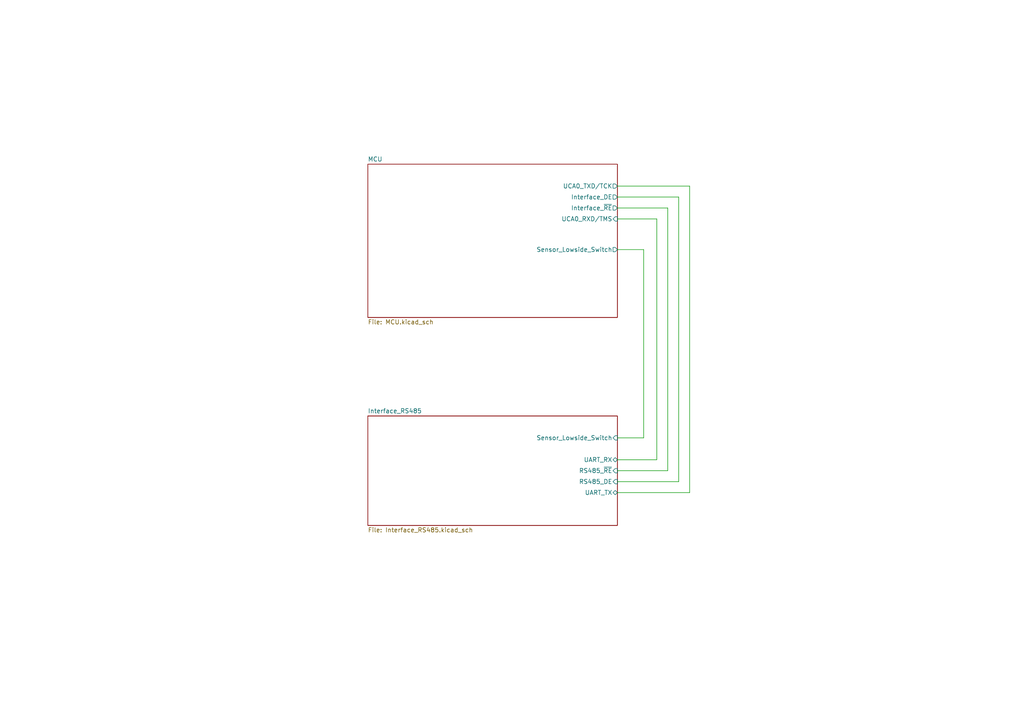
<source format=kicad_sch>
(kicad_sch (version 20211123) (generator eeschema)
  (paper "A4")
  (lib_symbols)
  (wire (pts (xy 193.675 60.325) (xy 193.675 136.525)))
  (wire (pts (xy 196.85 57.15) (xy 179.07 57.15)))
  (wire (pts (xy 179.07 53.975) (xy 200.025 53.975)))
  (wire (pts (xy 190.5 63.5) (xy 190.5 133.35)))
  (wire (pts (xy 179.07 139.7) (xy 196.85 139.7)))
  (wire (pts (xy 179.07 60.325) (xy 193.675 60.325)))
  (wire (pts (xy 179.07 63.5) (xy 190.5 63.5)))
  (wire (pts (xy 186.69 127) (xy 186.69 72.39)))
  (wire (pts (xy 179.07 136.525) (xy 193.675 136.525)))
  (wire (pts (xy 196.85 139.7) (xy 196.85 57.15)))
  (wire (pts (xy 179.07 142.875) (xy 200.025 142.875)))
  (wire (pts (xy 190.5 133.35) (xy 179.07 133.35)))
  (wire (pts (xy 186.69 72.39) (xy 179.07 72.39)))
  (wire (pts (xy 200.025 53.975) (xy 200.025 142.875)))
  (wire (pts (xy 179.07 127) (xy 186.69 127)))
  (sheet (at 106.68 120.65) (size 72.39 31.75) (stroke (width 0.1524))
    (property "Sheet name" "Interface_RS485" (at 106.68 119.9384 0) (effects (justify left bottom)))
    (property "Sheet file" "Interface_RS485.kicad_sch" (at 106.68 152.9846 0) (effects (justify left top)))
    (pin "UART_RX" bidirectional (at 179.07 133.35 0))
    (pin "RS485_~{RE}" input (at 179.07 136.525 0))
    (pin "RS485_DE" input (at 179.07 139.7 0))
    (pin "UART_TX" bidirectional (at 179.07 142.875 0))
    (pin "Sensor_Lowside_Switch" input (at 179.07 127 0))
  )
  (sheet (at 106.68 47.625) (size 72.39 44.45) (stroke (width 0.1524))
    (property "Sheet name" "MCU" (at 106.68 46.9134 0) (effects (justify left bottom)))
    (property "Sheet file" "MCU.kicad_sch" (at 106.68 92.6596 0) (effects (justify left top)))
    (pin "UCA0_TXD{slash}TCK" output (at 179.07 53.975 0))
    (pin "UCA0_RXD{slash}TMS" input (at 179.07 63.5 0))
    (pin "Interface_~{RE}" output (at 179.07 60.325 0))
    (pin "Interface_DE" output (at 179.07 57.15 0))
    (pin "Sensor_Lowside_Switch" output (at 179.07 72.39 0))
  )
)
</source>
